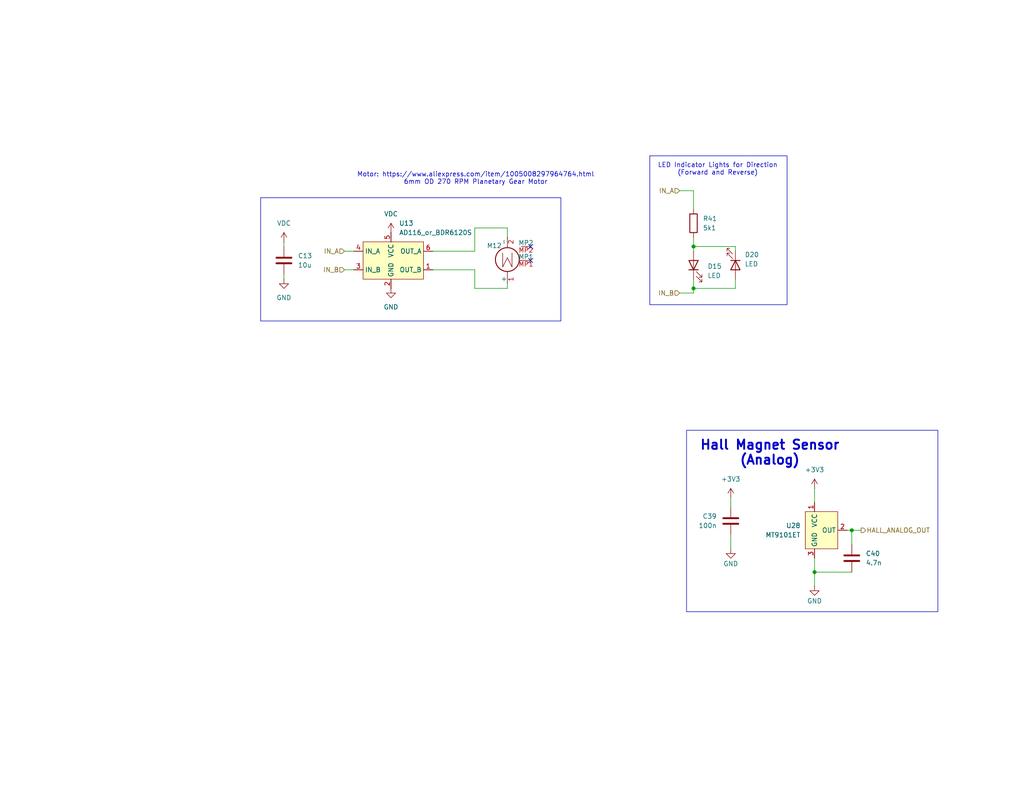
<source format=kicad_sch>
(kicad_sch (version 20250114) (generator "eeschema") (generator_version "9.0")
  (paper "USLetter")
  (title_block (title "Braille Cam Rod Prototype (Type 4)") (date "2025-06-29") (rev "Rev 3"))
  (lib_symbols
    (symbol "00-lib-symbols:AD116_H_Bridge"
      (property "Reference" "U10" (at 2.1941 10.16 0))
      (property "Value" "AD116" (at 2.1941 7.62 0))
      (symbol "AD116_H_Bridge_1_1"
        (rectangle (start -7.62 5.08) (end 8.89 -5.08) (fill (type background)))
        (pin input line (at -10.16 2.54 0) (length 2.54) (name "IN_A") (number "4"))
        (pin input line (at -10.16 -2.54 0) (length 2.54) (name "IN_B") (number "3"))
        (pin power_in line (at 0 7.62 270) (length 2.54) (name "VCC") (number "5"))
        (pin power_in line (at 0 -7.62 90) (length 2.54) (name "GND") (number "2"))
        (pin output line (at 11.43 2.54 180) (length 2.54) (name "OUT_A") (number "6"))
        (pin output line (at 11.43 -2.54 180) (length 2.54) (name "OUT_B") (number "1"))
      )
    )
    (symbol "00-lib-symbols:MT910xET"
      (property "Reference" "U" (at -1.778 7.874 0))
      (property "Value" "MT910xET" (at 5.08 6.096 0))
      (symbol "MT910xET_1_1"
        (rectangle (start -2.54 5.08) (end 6.35 -5.08) (fill (type background)))
        (pin power_in line (at 0 7.62 270) (length 2.54) (name "VCC") (number "1"))
        (pin power_in line (at 0 -7.62 90) (length 2.54) (name "GND") (number "3"))
        (pin output line (at 8.89 0 180) (length 2.54) (name "OUT") (number "2"))
      )
    )
    (symbol "00-lib-symbols:Motor_DC_With_MP" (pin_names (offset 0))
      (property "Reference" "M" (at 2.54 2.54 0))
      (property "Value" "Motor_DC_With_MP" (at 2.54 -5.08 0))
      (symbol "Motor_DC_With_MP_0_0"
        (polyline (pts (xy -1.27 -3.302) (xy -1.27 0.508) (xy 0 -2.032) (xy 1.27 0.508) (xy 1.27 -3.302)))
      )
      (symbol "Motor_DC_With_MP_0_1"
        (polyline (pts (xy -3.81 -1.27) (xy -3.302 -1.27)))
        (polyline (pts (xy 0 2.032) (xy 0 2.54)))
        (polyline (pts (xy 0 1.7272) (xy 0 2.0828)))
        (circle (center 0 -1.524) (radius 3.2512) (stroke (width 0.254)))
        (polyline (pts (xy 0 -4.7752) (xy 0 -5.1816)))
        (polyline (pts (xy 0 -7.62) (xy 0 -7.112)))
      )
      (symbol "Motor_DC_With_MP_1_1"
        (pin passive line (at -6.35 -1.27 0) (length 2.54) (name "MP1") (number "MP1"))
        (pin passive line (at -6.35 -5.08 0) (length 2.54) (name "MP2") (number "MP2"))
        (pin passive line (at 0 5.08 270) (length 2.54) (name "+") (number "1"))
        (pin passive line (at 0 -7.62 90) (length 2.54) (name "-") (number "2"))
      )
    )
    (symbol "Device:C" (pin_numbers (hide yes)) (pin_names (offset 0.254))
      (property "Reference" "C" (at 0.635 2.54 0))
      (property "Value" "C" (at 0.635 -2.54 0))
      (symbol "C_0_1"
        (polyline (pts (xy -2.032 0.762) (xy 2.032 0.762)) (stroke (width 0.508)))
        (polyline (pts (xy -2.032 -0.762) (xy 2.032 -0.762)) (stroke (width 0.508)))
      )
      (symbol "C_1_1"
        (pin passive line (at 0 3.81 270) (length 2.794) (name "~") (number "1"))
        (pin passive line (at 0 -3.81 90) (length 2.794) (name "~") (number "2"))
      )
    )
    (symbol "Device:LED" (pin_numbers (hide yes)) (pin_names (offset 1.016) (hide yes))
      (property "Reference" "D" (at 0 2.54 0))
      (property "Value" "LED" (at 0 -2.54 0))
      (symbol "LED_0_1"
        (polyline (pts (xy -3.048 -0.762) (xy -4.572 -2.286) (xy -3.81 -2.286) (xy -4.572 -2.286) (xy -4.572 -1.524)))
        (polyline (pts (xy -1.778 -0.762) (xy -3.302 -2.286) (xy -2.54 -2.286) (xy -3.302 -2.286) (xy -3.302 -1.524)))
        (polyline (pts (xy -1.27 0) (xy 1.27 0)))
        (polyline (pts (xy -1.27 -1.27) (xy -1.27 1.27)) (stroke (width 0.254)))
        (polyline (pts (xy 1.27 -1.27) (xy 1.27 1.27) (xy -1.27 0) (xy 1.27 -1.27)) (stroke (width 0.254)))
      )
      (symbol "LED_1_1"
        (pin passive line (at -3.81 0 0) (length 2.54) (name "K") (number "1"))
        (pin passive line (at 3.81 0 180) (length 2.54) (name "A") (number "2"))
      )
    )
    (symbol "Device:R" (pin_numbers (hide yes)) (pin_names (offset 0))
      (property "Reference" "R" (at 2.032 0 90))
      (property "Value" "R" (at 0 0 90))
      (symbol "R_0_1"
        (rectangle (start -1.016 -2.54) (end 1.016 2.54) (stroke (width 0.254)))
      )
      (symbol "R_1_1"
        (pin passive line (at 0 3.81 270) (length 1.27) (name "~") (number "1"))
        (pin passive line (at 0 -3.81 90) (length 1.27) (name "~") (number "2"))
      )
    )
    (symbol "power:+3V3" (power) (pin_numbers (hide yes)) (pin_names (offset 0) (hide yes))
      (property "Value" "+3V3" (at 0 3.556 0))
      (symbol "+3V3_0_1"
        (polyline (pts (xy -0.762 1.27) (xy 0 2.54)))
        (polyline (pts (xy 0 2.54) (xy 0.762 1.27)))
        (polyline (pts (xy 0 0) (xy 0 2.54)))
      )
      (symbol "+3V3_1_1"
        (pin power_in line (at 0 0 90) (length 0) (name "~") (number "1"))
      )
    )
    (symbol "power:GND" (power) (pin_numbers (hide yes)) (pin_names (offset 0) (hide yes))
      (property "Value" "GND" (at 0 -3.81 0))
      (symbol "GND_0_1"
        (polyline (pts (xy 0 0) (xy 0 -1.27) (xy 1.27 -1.27) (xy 0 -2.54) (xy -1.27 -1.27) (xy 0 -1.27)))
      )
      (symbol "GND_1_1"
        (pin power_in line (at 0 0 270) (length 0) (name "~") (number "1"))
      )
    )
    (symbol "power:VDC" (power) (pin_numbers (hide yes)) (pin_names (offset 0) (hide yes))
      (property "Value" "VDC" (at 0 3.556 0))
      (symbol "VDC_0_1"
        (polyline (pts (xy -0.762 1.27) (xy 0 2.54)))
        (polyline (pts (xy 0 2.54) (xy 0.762 1.27)))
        (polyline (pts (xy 0 0) (xy 0 2.54)))
      )
      (symbol "VDC_1_1"
        (pin power_in line (at 0 0 90) (length 0) (name "~") (number "1"))
      )
    )
  )
  (rectangle (start 187.325 117.475) (end 255.905 167.005))
  (rectangle (start 177.292 42.545) (end 214.757 83.185))
  (rectangle (start 71.12 53.975) (end 153.035 87.63))
  (text "LED Indicator Lights for Direction\n(Forward and Reverse)" (at 195.834 46.228 0) (effects (font (size 1.27 1.27))))
  (text "Hall Magnet Sensor\n(Analog)" (at 210.058 123.698 0) (effects (font (size 2.54 2.54) (thickness 0.508) (bold yes))))
  (text "Motor: https://www.aliexpress.com/item/1005008297964764.html\n6mm OD 270 RPM Planetary Gear Motor" (at 129.794 48.768 0) (effects (font (size 1.27 1.27))))
  (junction (at 222.25 156.21))
  (junction (at 232.41 144.78))
  (junction (at 189.23 78.74))
  (junction (at 189.23 67.31))
  (no_connect (at 144.78 67.31))
  (no_connect (at 144.78 71.12))
  (wire (pts (xy 232.41 144.78) (xy 232.41 148.59)))
  (wire (pts (xy 199.39 135.89) (xy 199.39 138.43)))
  (wire (pts (xy 199.39 146.05) (xy 199.39 149.86)))
  (wire (pts (xy 118.11 68.58) (xy 129.54 68.58)))
  (wire (pts (xy 77.47 74.93) (xy 77.47 76.2)))
  (wire (pts (xy 189.23 68.58) (xy 189.23 67.31)))
  (wire (pts (xy 189.23 57.15) (xy 189.23 52.07)))
  (wire (pts (xy 189.23 78.74) (xy 189.23 76.2)))
  (wire (pts (xy 189.23 52.07) (xy 185.42 52.07)))
  (wire (pts (xy 189.23 78.74) (xy 200.66 78.74)))
  (wire (pts (xy 222.25 156.21) (xy 222.25 152.4)))
  (wire (pts (xy 77.47 66.04) (xy 77.47 67.31)))
  (wire (pts (xy 129.54 78.74) (xy 138.43 78.74)))
  (wire (pts (xy 200.66 76.2) (xy 200.66 78.74)))
  (wire (pts (xy 200.66 68.58) (xy 200.66 67.31)))
  (wire (pts (xy 118.11 73.66) (xy 129.54 73.66)))
  (wire (pts (xy 93.98 73.66) (xy 96.52 73.66)))
  (wire (pts (xy 231.14 144.78) (xy 232.41 144.78)))
  (wire (pts (xy 138.43 64.77) (xy 138.43 62.23)))
  (wire (pts (xy 222.25 156.21) (xy 232.41 156.21)))
  (wire (pts (xy 138.43 62.23) (xy 129.54 62.23)))
  (wire (pts (xy 93.98 68.58) (xy 96.52 68.58)))
  (wire (pts (xy 129.54 62.23) (xy 129.54 68.58)))
  (wire (pts (xy 189.23 67.31) (xy 200.66 67.31)))
  (wire (pts (xy 189.23 80.01) (xy 189.23 78.74)))
  (wire (pts (xy 189.23 67.31) (xy 189.23 64.77)))
  (wire (pts (xy 232.41 144.78) (xy 234.95 144.78)))
  (wire (pts (xy 222.25 133.35) (xy 222.25 137.16)))
  (wire (pts (xy 138.43 78.74) (xy 138.43 77.47)))
  (wire (pts (xy 129.54 73.66) (xy 129.54 78.74)))
  (wire (pts (xy 185.42 80.01) (xy 189.23 80.01)))
  (wire (pts (xy 222.25 160.02) (xy 222.25 156.21)))
  (hierarchical_label "IN_A" (shape input) (at 93.98 68.58 180))
  (hierarchical_label "HALL_ANALOG_OUT" (shape output) (at 234.95 144.78 0))
  (hierarchical_label "IN_B" (shape input) (at 93.98 73.66 180))
  (hierarchical_label "IN_B" (shape input) (at 185.42 80.01 180))
  (hierarchical_label "IN_A" (shape input) (at 185.42 52.07 180))
  (symbol (lib_id "power:+3V3") (at 222.25 133.35 0) (unit 1)
    (property "Reference" "#PWR0148" (effects (hide yes)))
    (property "Value" "+3V3" (at 222.25 128.27 0))
    (property "Description" "Power symbol creates a global label with name \"+3V3\"" (effects (hide yes)))
    (instances (project "Braille-Column-Rods-PCB" (path "" (reference "#PWR0160") (unit 1)) (path "" (reference "#PWR0152") (unit 1)) (path "" (reference "#PWR0148") (unit 1)) (path "" (reference "#PWR0156") (unit 1))))
  )
  (symbol (lib_id "Device:C") (at 199.39 142.24 0) (mirror y) (unit 1)
    (property "Reference" "C33" (at 195.58 140.9699 0) (effects (justify left)))
    (property "Value" "100n" (at 195.58 143.5099 0) (effects (justify left)))
    (property "Footprint" "Capacitor_SMD:C_0603_1608Metric_Pad1.08x0.95mm_HandSolder" (effects (hide yes)))
    (property "Description" "Unpolarized capacitor" (effects (hide yes)))
    (instances (project "Braille-Column-Rods-PCB" (path "" (reference "C39") (unit 1)) (path "" (reference "C35") (unit 1)) (path "" (reference "C33") (unit 1)) (path "" (reference "C37") (unit 1))))
  )
  (symbol (lib_id "power:VDC") (at 77.47 66.04 0) (unit 1)
    (property "Reference" "#PWR087" (effects (hide yes)))
    (property "Value" "VDC" (at 77.47 60.96 0))
    (property "Description" "Power symbol creates a global label with name \"VDC\"" (effects (hide yes)))
    (instances (project "Braille-Column-Rods-PCB" (path "" (reference "#PWR099") (unit 1)) (path "" (reference "#PWR091") (unit 1)) (path "" (reference "#PWR087") (unit 1)) (path "" (reference "#PWR095") (unit 1))))
  )
  (symbol (lib_id "Device:C") (at 232.41 152.4 0) (unit 1)
    (property "Reference" "C34" (at 236.22 151.1299 0) (effects (justify left)))
    (property "Value" "4.7n" (at 236.22 153.6699 0) (effects (justify left)))
    (property "Footprint" "Capacitor_SMD:C_0603_1608Metric_Pad1.08x0.95mm_HandSolder" (effects (hide yes)))
    (property "Description" "Unpolarized capacitor" (effects (hide yes)))
    (instances (project "Braille-Column-Rods-PCB" (path "" (reference "C40") (unit 1)) (path "" (reference "C36") (unit 1)) (path "" (reference "C34") (unit 1)) (path "" (reference "C38") (unit 1))))
  )
  (symbol (lib_id "Device:LED") (at 200.66 72.39 270) (unit 1)
    (property "Reference" "D17" (at 203.2 69.5324 90) (effects (justify left)))
    (property "Value" "LED" (at 203.2 72.0724 90) (effects (justify left)))
    (property "Footprint" "LED_SMD:LED_0603_1608Metric_Pad1.05x0.95mm_HandSolder" (effects (hide yes)))
    (property "Description" "Light emitting diode" (effects (hide yes)))
    (instances (project "Braille-Column-Rods-PCB" (path "" (reference "D20") (unit 1)) (path "" (reference "D18") (unit 1)) (path "" (reference "D17") (unit 1)) (path "" (reference "D19") (unit 1))))
  )
  (symbol (lib_id "Device:LED") (at 189.23 72.39 90) (unit 1)
    (property "Reference" "D12" (at 193.04 72.7074 90) (effects (justify right)))
    (property "Value" "LED" (at 193.04 75.2474 90) (effects (justify right)))
    (property "Footprint" "LED_SMD:LED_0603_1608Metric_Pad1.05x0.95mm_HandSolder" (effects (hide yes)))
    (property "Description" "Light emitting diode" (effects (hide yes)))
    (instances (project "" (path "" (reference "D15") (unit 1)) (path "" (reference "D13") (unit 1)) (path "" (reference "D12") (unit 1)) (path "" (reference "D14") (unit 1))))
  )
  (symbol (lib_id "power:GND") (at 222.25 160.02 0) (unit 1)
    (property "Reference" "#PWR0149" (effects (hide yes)))
    (property "Value" "GND" (at 222.25 164.084 0))
    (property "Description" "Power symbol creates a global label with name \"GND\" , ground" (effects (hide yes)))
    (instances (project "Braille-Column-Rods-PCB" (path "" (reference "#PWR0161") (unit 1)) (path "" (reference "#PWR0153") (unit 1)) (path "" (reference "#PWR0149") (unit 1)) (path "" (reference "#PWR0157") (unit 1))))
  )
  (symbol (lib_id "power:GND") (at 77.47 76.2 0) (unit 1)
    (property "Reference" "#PWR088" (effects (hide yes)))
    (property "Value" "GND" (at 77.47 81.28 0))
    (property "Description" "Power symbol creates a global label with name \"GND\" , ground" (effects (hide yes)))
    (instances (project "Braille-Column-Rods-PCB" (path "" (reference "#PWR0100") (unit 1)) (path "" (reference "#PWR092") (unit 1)) (path "" (reference "#PWR088") (unit 1)) (path "" (reference "#PWR096") (unit 1))))
  )
  (symbol (lib_id "power:GND") (at 106.68 78.74 0) (unit 1)
    (property "Reference" "#PWR090" (effects (hide yes)))
    (property "Value" "GND" (at 106.68 83.82 0))
    (property "Description" "Power symbol creates a global label with name \"GND\" , ground" (effects (hide yes)))
    (instances (project "Braille-Column-Rods-PCB" (path "" (reference "#PWR0102") (unit 1)) (path "" (reference "#PWR094") (unit 1)) (path "" (reference "#PWR090") (unit 1)) (path "" (reference "#PWR098") (unit 1))))
  )
  (symbol (lib_id "power:VDC") (at 106.68 63.5 0) (unit 1)
    (property "Reference" "#PWR089" (effects (hide yes)))
    (property "Value" "VDC" (at 106.68 58.42 0))
    (property "Description" "Power symbol creates a global label with name \"VDC\"" (effects (hide yes)))
    (instances (project "Braille-Column-Rods-PCB" (path "" (reference "#PWR0101") (unit 1)) (path "" (reference "#PWR093") (unit 1)) (path "" (reference "#PWR089") (unit 1)) (path "" (reference "#PWR097") (unit 1))))
  )
  (symbol (lib_id "power:GND") (at 199.39 149.86 0) (unit 1)
    (property "Reference" "#PWR0147" (effects (hide yes)))
    (property "Value" "GND" (at 199.39 153.924 0))
    (property "Description" "Power symbol creates a global label with name \"GND\" , ground" (effects (hide yes)))
    (instances (project "Braille-Column-Rods-PCB" (path "" (reference "#PWR0159") (unit 1)) (path "" (reference "#PWR0151") (unit 1)) (path "" (reference "#PWR0147") (unit 1)) (path "" (reference "#PWR0155") (unit 1))))
  )
  (symbol (lib_id "00-lib-symbols:Motor_DC_With_MP") (at 138.43 72.39 180) (unit 1)
    (property "Reference" "M9" (at 136.906 67.056 0) (effects (justify left)))
    (property "Value" "Motor_DC_With_MP" (effects (hide yes)))
    (property "Footprint" "00-lib-footprints:DC_Motor_6mm_OD_with_3_Stage_Gearbox" (effects (hide yes)))
    (property "Description" "DC Motor" (effects (hide yes)))
    (instances (project "" (path "" (reference "M12") (unit 1)) (path "" (reference "M10") (unit 1)) (path "" (reference "M9") (unit 1)) (path "" (reference "M11") (unit 1))))
  )
  (symbol (lib_id "power:+3V3") (at 199.39 135.89 0) (unit 1)
    (property "Reference" "#PWR0146" (effects (hide yes)))
    (property "Value" "+3V3" (at 199.39 130.81 0))
    (property "Description" "Power symbol creates a global label with name \"+3V3\"" (effects (hide yes)))
    (instances (project "Braille-Column-Rods-PCB" (path "" (reference "#PWR0158") (unit 1)) (path "" (reference "#PWR0150") (unit 1)) (path "" (reference "#PWR0146") (unit 1)) (path "" (reference "#PWR0154") (unit 1))))
  )
  (symbol (lib_id "00-lib-symbols:MT910xET") (at 222.25 144.78 0) (unit 1)
    (property "Reference" "U25" (at 218.44 143.5099 0) (effects (justify right)))
    (property "Value" "MT9101ET" (at 218.44 146.0499 0) (effects (justify right)))
    (property "Footprint" "00-lib-footprints:SOT-23-Hall" (effects (hide yes)))
    (property "Datasheet" "https://www.lcsc.com/datasheet/lcsc_datasheet_2203071730_Magn-Tek-MT9101ET_C2977713.pdf" (effects (hide yes)))
    (property "LCSC" "C2977713" (effects (hide yes)))
    (instances (project "Braille-Column-Rods-PCB" (path "" (reference "U28") (unit 1)) (path "" (reference "U26") (unit 1)) (path "" (reference "U25") (unit 1)) (path "" (reference "U27") (unit 1))))
  )
  (symbol (lib_id "Device:C") (at 77.47 71.12 0) (unit 1)
    (property "Reference" "C10" (at 81.28 69.8499 0) (effects (justify left)))
    (property "Value" "10u" (at 81.28 72.3899 0) (effects (justify left)))
    (property "Footprint" "Capacitor_SMD:C_1206_3216Metric_Pad1.33x1.80mm_HandSolder" (effects (hide yes)))
    (property "Description" "Unpolarized capacitor" (effects (hide yes)))
    (instances (project "Braille-Column-Rods-PCB" (path "" (reference "C13") (unit 1)) (path "" (reference "C11") (unit 1)) (path "" (reference "C10") (unit 1)) (path "" (reference "C12") (unit 1))))
  )
  (symbol (lib_id "00-lib-symbols:AD116_H_Bridge") (at 106.68 71.12 0) (unit 1)
    (property "Reference" "U10" (at 108.8741 60.96 0) (effects (justify left)))
    (property "Value" "AD116_or_BDR6120S" (at 108.8741 63.5 0) (effects (justify left)))
    (property "Footprint" "Package_TO_SOT_SMD:SOT-23-6" (effects (hide yes)))
    (property "Datasheet" "https://www.lcsc.com/datasheet/lcsc_datasheet_2307170950_IDCHIP-AD116_C7463412.pdf" (effects (hide yes)))
    (property "LCSC" "C5455570" (effects (hide yes)))
    (instances (project "Braille-Column-Rods-PCB" (path "" (reference "U13") (unit 1)) (path "" (reference "U11") (unit 1)) (path "" (reference "U10") (unit 1)) (path "" (reference "U12") (unit 1))))
  )
  (symbol (lib_id "Device:R") (at 189.23 60.96 0) (unit 1)
    (property "Reference" "R38" (at 191.77 59.6899 0) (effects (justify left)))
    (property "Value" "5k1" (at 191.77 62.2299 0) (effects (justify left)))
    (property "Footprint" "Resistor_SMD:R_0603_1608Metric_Pad0.98x0.95mm_HandSolder" (effects (hide yes)))
    (property "Description" "Resistor" (effects (hide yes)))
    (instances (project "" (path "" (reference "R41") (unit 1)) (path "" (reference "R39") (unit 1)) (path "" (reference "R38") (unit 1)) (path "" (reference "R40") (unit 1))))
  )
)
</source>
